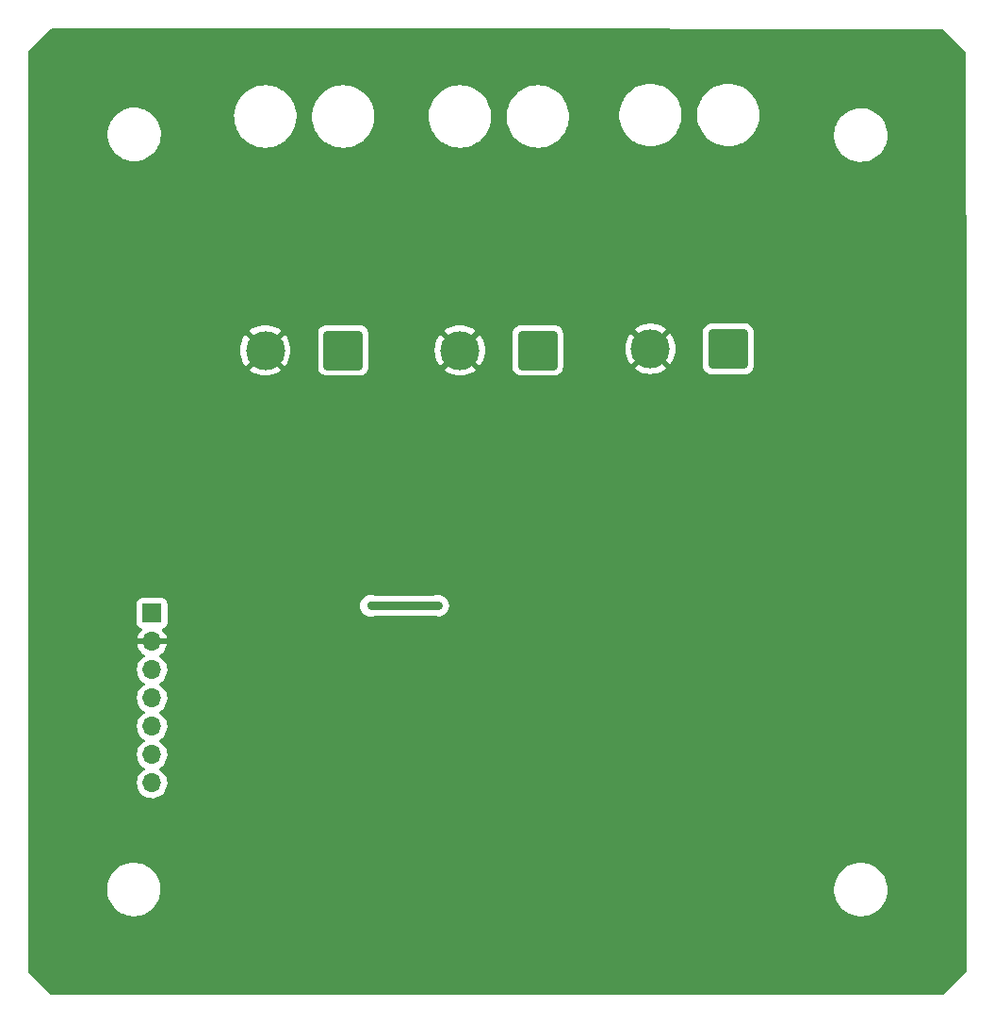
<source format=gbr>
%TF.GenerationSoftware,KiCad,Pcbnew,(6.0.7)*%
%TF.CreationDate,2023-02-21T13:12:55+03:00*%
%TF.ProjectId,Omarichet EPS Stack,4f6d6172-6963-4686-9574-204550532053,rev?*%
%TF.SameCoordinates,Original*%
%TF.FileFunction,Copper,L2,Bot*%
%TF.FilePolarity,Positive*%
%FSLAX46Y46*%
G04 Gerber Fmt 4.6, Leading zero omitted, Abs format (unit mm)*
G04 Created by KiCad (PCBNEW (6.0.7)) date 2023-02-21 13:12:55*
%MOMM*%
%LPD*%
G01*
G04 APERTURE LIST*
G04 Aperture macros list*
%AMRoundRect*
0 Rectangle with rounded corners*
0 $1 Rounding radius*
0 $2 $3 $4 $5 $6 $7 $8 $9 X,Y pos of 4 corners*
0 Add a 4 corners polygon primitive as box body*
4,1,4,$2,$3,$4,$5,$6,$7,$8,$9,$2,$3,0*
0 Add four circle primitives for the rounded corners*
1,1,$1+$1,$2,$3*
1,1,$1+$1,$4,$5*
1,1,$1+$1,$6,$7*
1,1,$1+$1,$8,$9*
0 Add four rect primitives between the rounded corners*
20,1,$1+$1,$2,$3,$4,$5,0*
20,1,$1+$1,$4,$5,$6,$7,0*
20,1,$1+$1,$6,$7,$8,$9,0*
20,1,$1+$1,$8,$9,$2,$3,0*%
G04 Aperture macros list end*
%TA.AperFunction,ComponentPad*%
%ADD10RoundRect,0.250002X1.499998X1.499998X-1.499998X1.499998X-1.499998X-1.499998X1.499998X-1.499998X0*%
%TD*%
%TA.AperFunction,ComponentPad*%
%ADD11C,3.500000*%
%TD*%
%TA.AperFunction,ComponentPad*%
%ADD12R,1.700000X1.700000*%
%TD*%
%TA.AperFunction,ComponentPad*%
%ADD13O,1.700000X1.700000*%
%TD*%
%TA.AperFunction,ViaPad*%
%ADD14C,0.700000*%
%TD*%
%TA.AperFunction,Conductor*%
%ADD15C,0.800000*%
%TD*%
G04 APERTURE END LIST*
D10*
%TO.P,J1,1,Pin_1*%
%TO.N,IP+*%
X119890000Y-70630000D03*
D11*
%TO.P,J1,2,Pin_2*%
%TO.N,GND*%
X112890000Y-70630000D03*
%TD*%
D12*
%TO.P,J2,1,Pin_1*%
%TO.N,IP-*%
X102720000Y-94245000D03*
D13*
%TO.P,J2,2,Pin_2*%
%TO.N,GND*%
X102720000Y-96785000D03*
%TO.P,J2,3,Pin_3*%
%TO.N,unconnected-(J2-Pad3)*%
X102720000Y-99325000D03*
%TO.P,J2,4,Pin_4*%
%TO.N,unconnected-(J2-Pad4)*%
X102720000Y-101865000D03*
%TO.P,J2,5,Pin_5*%
%TO.N,unconnected-(J2-Pad5)*%
X102720000Y-104405000D03*
%TO.P,J2,6,Pin_6*%
%TO.N,CH5*%
X102720000Y-106945000D03*
%TO.P,J2,7,Pin_7*%
%TO.N,CH4*%
X102720000Y-109485000D03*
%TD*%
D10*
%TO.P,J4,1,Pin_1*%
%TO.N,SOL_out*%
X154500000Y-70500000D03*
D11*
%TO.P,J4,2,Pin_2*%
%TO.N,GND*%
X147500000Y-70500000D03*
%TD*%
D10*
%TO.P,J3,1,Pin_1*%
%TO.N,SOL_in*%
X137380000Y-70630000D03*
D11*
%TO.P,J3,2,Pin_2*%
%TO.N,GND*%
X130380000Y-70630000D03*
%TD*%
D14*
%TO.N,GND*%
X159180000Y-103540000D03*
X144370000Y-91780000D03*
X140100000Y-102670000D03*
X145920000Y-84260000D03*
X140200000Y-96350000D03*
X132960000Y-103610000D03*
X159130000Y-98550000D03*
X119770000Y-86980000D03*
X145930000Y-83060000D03*
X108750000Y-92410000D03*
%TO.N,IP-*%
X122380000Y-93570000D03*
X128420000Y-93550000D03*
%TD*%
D15*
%TO.N,IP-*%
X128420000Y-93550000D02*
X122400000Y-93550000D01*
X122400000Y-93550000D02*
X122380000Y-93570000D01*
%TD*%
%TA.AperFunction,Conductor*%
%TO.N,GND*%
G36*
X125215382Y-41748216D02*
G01*
X173717099Y-41778338D01*
X173785208Y-41798382D01*
X173806116Y-41815243D01*
X175834658Y-43843786D01*
X175868684Y-43906098D01*
X175871563Y-43932847D01*
X175878541Y-72873756D01*
X175891436Y-126357217D01*
X175871450Y-126425342D01*
X175854531Y-126446342D01*
X173826213Y-128474660D01*
X173763901Y-128508686D01*
X173737149Y-128511565D01*
X93725116Y-128531434D01*
X93656991Y-128511449D01*
X93635436Y-128493972D01*
X91624817Y-126458010D01*
X91591183Y-126395486D01*
X91588469Y-126369489D01*
X91587574Y-118939271D01*
X98676668Y-118939271D01*
X98676755Y-118943273D01*
X98676755Y-118943280D01*
X98683261Y-119241448D01*
X98683349Y-119245465D01*
X98728883Y-119548330D01*
X98812531Y-119842953D01*
X98932937Y-120124560D01*
X99088149Y-120388585D01*
X99275651Y-120630747D01*
X99492404Y-120847122D01*
X99495585Y-120849576D01*
X99495586Y-120849577D01*
X99731701Y-121031739D01*
X99731705Y-121031742D01*
X99734894Y-121034202D01*
X99738373Y-121036239D01*
X99915179Y-121139763D01*
X99999189Y-121188953D01*
X100002874Y-121190521D01*
X100002878Y-121190523D01*
X100140098Y-121248910D01*
X100281006Y-121308867D01*
X100575775Y-121392001D01*
X100796337Y-121424768D01*
X100875419Y-121436516D01*
X100875421Y-121436516D01*
X100878718Y-121437006D01*
X100882049Y-121437146D01*
X100882053Y-121437146D01*
X100918737Y-121438683D01*
X100962084Y-121440500D01*
X101157474Y-121440500D01*
X101280915Y-121432626D01*
X101381639Y-121426201D01*
X101381644Y-121426200D01*
X101385647Y-121425945D01*
X101389584Y-121425183D01*
X101389586Y-121425183D01*
X101682401Y-121368530D01*
X101682405Y-121368529D01*
X101686338Y-121367768D01*
X101977200Y-121271856D01*
X102253518Y-121139763D01*
X102510812Y-120973631D01*
X102744910Y-120776152D01*
X102952019Y-120550529D01*
X103128780Y-120300418D01*
X103272328Y-120029874D01*
X103341380Y-119846651D01*
X103378919Y-119747044D01*
X103378921Y-119747038D01*
X103380336Y-119743283D01*
X103394649Y-119682969D01*
X103450124Y-119449207D01*
X103450125Y-119449202D01*
X103451053Y-119445291D01*
X103483332Y-119140729D01*
X103478937Y-118939271D01*
X164006668Y-118939271D01*
X164006755Y-118943273D01*
X164006755Y-118943280D01*
X164013261Y-119241448D01*
X164013349Y-119245465D01*
X164058883Y-119548330D01*
X164142531Y-119842953D01*
X164262937Y-120124560D01*
X164418149Y-120388585D01*
X164605651Y-120630747D01*
X164822404Y-120847122D01*
X164825585Y-120849576D01*
X164825586Y-120849577D01*
X165061701Y-121031739D01*
X165061705Y-121031742D01*
X165064894Y-121034202D01*
X165068373Y-121036239D01*
X165245179Y-121139763D01*
X165329189Y-121188953D01*
X165332874Y-121190521D01*
X165332878Y-121190523D01*
X165470098Y-121248910D01*
X165611006Y-121308867D01*
X165905775Y-121392001D01*
X166126337Y-121424768D01*
X166205419Y-121436516D01*
X166205421Y-121436516D01*
X166208718Y-121437006D01*
X166212049Y-121437146D01*
X166212053Y-121437146D01*
X166248737Y-121438683D01*
X166292084Y-121440500D01*
X166487474Y-121440500D01*
X166610915Y-121432626D01*
X166711639Y-121426201D01*
X166711644Y-121426200D01*
X166715647Y-121425945D01*
X166719584Y-121425183D01*
X166719586Y-121425183D01*
X167012401Y-121368530D01*
X167012405Y-121368529D01*
X167016338Y-121367768D01*
X167307200Y-121271856D01*
X167583518Y-121139763D01*
X167840812Y-120973631D01*
X168074910Y-120776152D01*
X168282019Y-120550529D01*
X168458780Y-120300418D01*
X168602328Y-120029874D01*
X168671380Y-119846651D01*
X168708919Y-119747044D01*
X168708921Y-119747038D01*
X168710336Y-119743283D01*
X168724649Y-119682969D01*
X168780124Y-119449207D01*
X168780125Y-119449202D01*
X168781053Y-119445291D01*
X168813332Y-119140729D01*
X168808937Y-118939271D01*
X168806739Y-118838552D01*
X168806739Y-118838547D01*
X168806651Y-118834535D01*
X168761117Y-118531670D01*
X168677469Y-118237047D01*
X168557063Y-117955440D01*
X168401851Y-117691415D01*
X168214349Y-117449253D01*
X167997596Y-117232878D01*
X167994414Y-117230423D01*
X167758299Y-117048261D01*
X167758295Y-117048258D01*
X167755106Y-117045798D01*
X167578538Y-116942413D01*
X167494275Y-116893075D01*
X167494272Y-116893073D01*
X167490811Y-116891047D01*
X167487126Y-116889479D01*
X167487122Y-116889477D01*
X167300051Y-116809878D01*
X167208994Y-116771133D01*
X166914225Y-116687999D01*
X166684014Y-116653799D01*
X166614581Y-116643484D01*
X166614579Y-116643484D01*
X166611282Y-116642994D01*
X166607951Y-116642854D01*
X166607947Y-116642854D01*
X166571263Y-116641317D01*
X166527916Y-116639500D01*
X166332526Y-116639500D01*
X166209085Y-116647374D01*
X166108361Y-116653799D01*
X166108356Y-116653800D01*
X166104353Y-116654055D01*
X166100416Y-116654817D01*
X166100414Y-116654817D01*
X165807599Y-116711470D01*
X165807595Y-116711471D01*
X165803662Y-116712232D01*
X165512800Y-116808144D01*
X165236482Y-116940237D01*
X164979188Y-117106369D01*
X164745090Y-117303848D01*
X164537981Y-117529471D01*
X164361220Y-117779582D01*
X164217672Y-118050126D01*
X164216257Y-118053882D01*
X164216256Y-118053883D01*
X164145768Y-118240919D01*
X164109664Y-118336717D01*
X164108735Y-118340632D01*
X164064317Y-118527805D01*
X164038947Y-118634709D01*
X164006668Y-118939271D01*
X103478937Y-118939271D01*
X103476739Y-118838552D01*
X103476739Y-118838547D01*
X103476651Y-118834535D01*
X103431117Y-118531670D01*
X103347469Y-118237047D01*
X103227063Y-117955440D01*
X103071851Y-117691415D01*
X102884349Y-117449253D01*
X102667596Y-117232878D01*
X102664414Y-117230423D01*
X102428299Y-117048261D01*
X102428295Y-117048258D01*
X102425106Y-117045798D01*
X102248538Y-116942413D01*
X102164275Y-116893075D01*
X102164272Y-116893073D01*
X102160811Y-116891047D01*
X102157126Y-116889479D01*
X102157122Y-116889477D01*
X101970051Y-116809878D01*
X101878994Y-116771133D01*
X101584225Y-116687999D01*
X101354014Y-116653799D01*
X101284581Y-116643484D01*
X101284579Y-116643484D01*
X101281282Y-116642994D01*
X101277951Y-116642854D01*
X101277947Y-116642854D01*
X101241263Y-116641317D01*
X101197916Y-116639500D01*
X101002526Y-116639500D01*
X100879085Y-116647374D01*
X100778361Y-116653799D01*
X100778356Y-116653800D01*
X100774353Y-116654055D01*
X100770416Y-116654817D01*
X100770414Y-116654817D01*
X100477599Y-116711470D01*
X100477595Y-116711471D01*
X100473662Y-116712232D01*
X100182800Y-116808144D01*
X99906482Y-116940237D01*
X99649188Y-117106369D01*
X99415090Y-117303848D01*
X99207981Y-117529471D01*
X99031220Y-117779582D01*
X98887672Y-118050126D01*
X98886257Y-118053882D01*
X98886256Y-118053883D01*
X98815768Y-118240919D01*
X98779664Y-118336717D01*
X98778735Y-118340632D01*
X98734317Y-118527805D01*
X98708947Y-118634709D01*
X98676668Y-118939271D01*
X91587574Y-118939271D01*
X91586431Y-109451695D01*
X101357251Y-109451695D01*
X101357548Y-109456848D01*
X101357548Y-109456851D01*
X101363011Y-109551590D01*
X101370110Y-109674715D01*
X101371247Y-109679761D01*
X101371248Y-109679767D01*
X101391119Y-109767939D01*
X101419222Y-109892639D01*
X101503266Y-110099616D01*
X101619987Y-110290088D01*
X101766250Y-110458938D01*
X101938126Y-110601632D01*
X102131000Y-110714338D01*
X102339692Y-110794030D01*
X102344760Y-110795061D01*
X102344763Y-110795062D01*
X102452017Y-110816883D01*
X102558597Y-110838567D01*
X102563772Y-110838757D01*
X102563774Y-110838757D01*
X102776673Y-110846564D01*
X102776677Y-110846564D01*
X102781837Y-110846753D01*
X102786957Y-110846097D01*
X102786959Y-110846097D01*
X102998288Y-110819025D01*
X102998289Y-110819025D01*
X103003416Y-110818368D01*
X103008366Y-110816883D01*
X103212429Y-110755661D01*
X103212434Y-110755659D01*
X103217384Y-110754174D01*
X103417994Y-110655896D01*
X103599860Y-110526173D01*
X103758096Y-110368489D01*
X103817594Y-110285689D01*
X103885435Y-110191277D01*
X103888453Y-110187077D01*
X103987430Y-109986811D01*
X104052370Y-109773069D01*
X104081529Y-109551590D01*
X104083156Y-109485000D01*
X104064852Y-109262361D01*
X104010431Y-109045702D01*
X103921354Y-108840840D01*
X103800014Y-108653277D01*
X103649670Y-108488051D01*
X103645619Y-108484852D01*
X103645615Y-108484848D01*
X103478414Y-108352800D01*
X103478410Y-108352798D01*
X103474359Y-108349598D01*
X103433053Y-108326796D01*
X103383084Y-108276364D01*
X103368312Y-108206921D01*
X103393428Y-108140516D01*
X103420780Y-108113909D01*
X103464603Y-108082650D01*
X103599860Y-107986173D01*
X103758096Y-107828489D01*
X103817594Y-107745689D01*
X103885435Y-107651277D01*
X103888453Y-107647077D01*
X103987430Y-107446811D01*
X104052370Y-107233069D01*
X104081529Y-107011590D01*
X104083156Y-106945000D01*
X104064852Y-106722361D01*
X104010431Y-106505702D01*
X103921354Y-106300840D01*
X103800014Y-106113277D01*
X103649670Y-105948051D01*
X103645619Y-105944852D01*
X103645615Y-105944848D01*
X103478414Y-105812800D01*
X103478410Y-105812798D01*
X103474359Y-105809598D01*
X103433053Y-105786796D01*
X103383084Y-105736364D01*
X103368312Y-105666921D01*
X103393428Y-105600516D01*
X103420780Y-105573909D01*
X103464603Y-105542650D01*
X103599860Y-105446173D01*
X103758096Y-105288489D01*
X103817594Y-105205689D01*
X103885435Y-105111277D01*
X103888453Y-105107077D01*
X103987430Y-104906811D01*
X104052370Y-104693069D01*
X104081529Y-104471590D01*
X104083156Y-104405000D01*
X104064852Y-104182361D01*
X104010431Y-103965702D01*
X103921354Y-103760840D01*
X103800014Y-103573277D01*
X103649670Y-103408051D01*
X103645619Y-103404852D01*
X103645615Y-103404848D01*
X103478414Y-103272800D01*
X103478410Y-103272798D01*
X103474359Y-103269598D01*
X103433053Y-103246796D01*
X103383084Y-103196364D01*
X103368312Y-103126921D01*
X103393428Y-103060516D01*
X103420780Y-103033909D01*
X103464603Y-103002650D01*
X103599860Y-102906173D01*
X103758096Y-102748489D01*
X103817594Y-102665689D01*
X103885435Y-102571277D01*
X103888453Y-102567077D01*
X103987430Y-102366811D01*
X104052370Y-102153069D01*
X104081529Y-101931590D01*
X104083156Y-101865000D01*
X104064852Y-101642361D01*
X104010431Y-101425702D01*
X103921354Y-101220840D01*
X103800014Y-101033277D01*
X103649670Y-100868051D01*
X103645619Y-100864852D01*
X103645615Y-100864848D01*
X103478414Y-100732800D01*
X103478410Y-100732798D01*
X103474359Y-100729598D01*
X103433053Y-100706796D01*
X103383084Y-100656364D01*
X103368312Y-100586921D01*
X103393428Y-100520516D01*
X103420780Y-100493909D01*
X103464603Y-100462650D01*
X103599860Y-100366173D01*
X103758096Y-100208489D01*
X103817594Y-100125689D01*
X103885435Y-100031277D01*
X103888453Y-100027077D01*
X103987430Y-99826811D01*
X104052370Y-99613069D01*
X104081529Y-99391590D01*
X104083156Y-99325000D01*
X104064852Y-99102361D01*
X104010431Y-98885702D01*
X103921354Y-98680840D01*
X103800014Y-98493277D01*
X103649670Y-98328051D01*
X103645619Y-98324852D01*
X103645615Y-98324848D01*
X103478414Y-98192800D01*
X103478410Y-98192798D01*
X103474359Y-98189598D01*
X103432569Y-98166529D01*
X103382598Y-98116097D01*
X103367826Y-98046654D01*
X103392942Y-97980248D01*
X103420294Y-97953641D01*
X103595328Y-97828792D01*
X103603200Y-97822139D01*
X103754052Y-97671812D01*
X103760730Y-97663965D01*
X103885003Y-97491020D01*
X103890313Y-97482183D01*
X103984670Y-97291267D01*
X103988469Y-97281672D01*
X104050377Y-97077910D01*
X104052555Y-97067837D01*
X104053986Y-97056962D01*
X104051775Y-97042778D01*
X104038617Y-97039000D01*
X101403225Y-97039000D01*
X101389694Y-97042973D01*
X101388257Y-97052966D01*
X101418565Y-97187446D01*
X101421645Y-97197275D01*
X101501770Y-97394603D01*
X101506413Y-97403794D01*
X101617694Y-97585388D01*
X101623777Y-97593699D01*
X101763213Y-97754667D01*
X101770580Y-97761883D01*
X101934434Y-97897916D01*
X101942881Y-97903831D01*
X102011969Y-97944203D01*
X102060693Y-97995842D01*
X102073764Y-98065625D01*
X102047033Y-98131396D01*
X102006584Y-98164752D01*
X101993607Y-98171507D01*
X101989474Y-98174610D01*
X101989471Y-98174612D01*
X101965247Y-98192800D01*
X101814965Y-98305635D01*
X101660629Y-98467138D01*
X101534743Y-98651680D01*
X101440688Y-98854305D01*
X101380989Y-99069570D01*
X101357251Y-99291695D01*
X101357548Y-99296848D01*
X101357548Y-99296851D01*
X101363011Y-99391590D01*
X101370110Y-99514715D01*
X101371247Y-99519761D01*
X101371248Y-99519767D01*
X101391119Y-99607939D01*
X101419222Y-99732639D01*
X101503266Y-99939616D01*
X101619987Y-100130088D01*
X101766250Y-100298938D01*
X101938126Y-100441632D01*
X102008595Y-100482811D01*
X102011445Y-100484476D01*
X102060169Y-100536114D01*
X102073240Y-100605897D01*
X102046509Y-100671669D01*
X102006055Y-100705027D01*
X101993607Y-100711507D01*
X101989474Y-100714610D01*
X101989471Y-100714612D01*
X101965247Y-100732800D01*
X101814965Y-100845635D01*
X101660629Y-101007138D01*
X101534743Y-101191680D01*
X101440688Y-101394305D01*
X101380989Y-101609570D01*
X101357251Y-101831695D01*
X101357548Y-101836848D01*
X101357548Y-101836851D01*
X101363011Y-101931590D01*
X101370110Y-102054715D01*
X101371247Y-102059761D01*
X101371248Y-102059767D01*
X101391119Y-102147939D01*
X101419222Y-102272639D01*
X101503266Y-102479616D01*
X101619987Y-102670088D01*
X101766250Y-102838938D01*
X101938126Y-102981632D01*
X102008595Y-103022811D01*
X102011445Y-103024476D01*
X102060169Y-103076114D01*
X102073240Y-103145897D01*
X102046509Y-103211669D01*
X102006055Y-103245027D01*
X101993607Y-103251507D01*
X101989474Y-103254610D01*
X101989471Y-103254612D01*
X101965247Y-103272800D01*
X101814965Y-103385635D01*
X101660629Y-103547138D01*
X101534743Y-103731680D01*
X101440688Y-103934305D01*
X101380989Y-104149570D01*
X101357251Y-104371695D01*
X101357548Y-104376848D01*
X101357548Y-104376851D01*
X101363011Y-104471590D01*
X101370110Y-104594715D01*
X101371247Y-104599761D01*
X101371248Y-104599767D01*
X101391119Y-104687939D01*
X101419222Y-104812639D01*
X101503266Y-105019616D01*
X101619987Y-105210088D01*
X101766250Y-105378938D01*
X101938126Y-105521632D01*
X102008595Y-105562811D01*
X102011445Y-105564476D01*
X102060169Y-105616114D01*
X102073240Y-105685897D01*
X102046509Y-105751669D01*
X102006055Y-105785027D01*
X101993607Y-105791507D01*
X101989474Y-105794610D01*
X101989471Y-105794612D01*
X101965247Y-105812800D01*
X101814965Y-105925635D01*
X101660629Y-106087138D01*
X101534743Y-106271680D01*
X101440688Y-106474305D01*
X101380989Y-106689570D01*
X101357251Y-106911695D01*
X101357548Y-106916848D01*
X101357548Y-106916851D01*
X101363011Y-107011590D01*
X101370110Y-107134715D01*
X101371247Y-107139761D01*
X101371248Y-107139767D01*
X101391119Y-107227939D01*
X101419222Y-107352639D01*
X101503266Y-107559616D01*
X101619987Y-107750088D01*
X101766250Y-107918938D01*
X101938126Y-108061632D01*
X102008595Y-108102811D01*
X102011445Y-108104476D01*
X102060169Y-108156114D01*
X102073240Y-108225897D01*
X102046509Y-108291669D01*
X102006055Y-108325027D01*
X101993607Y-108331507D01*
X101989474Y-108334610D01*
X101989471Y-108334612D01*
X101965247Y-108352800D01*
X101814965Y-108465635D01*
X101660629Y-108627138D01*
X101534743Y-108811680D01*
X101440688Y-109014305D01*
X101380989Y-109229570D01*
X101357251Y-109451695D01*
X91586431Y-109451695D01*
X91584708Y-95143134D01*
X101361500Y-95143134D01*
X101368255Y-95205316D01*
X101419385Y-95341705D01*
X101506739Y-95458261D01*
X101623295Y-95545615D01*
X101631704Y-95548767D01*
X101631705Y-95548768D01*
X101740960Y-95589726D01*
X101797725Y-95632367D01*
X101822425Y-95698929D01*
X101807218Y-95768278D01*
X101787825Y-95794759D01*
X101664590Y-95923717D01*
X101658104Y-95931727D01*
X101538098Y-96107649D01*
X101533000Y-96116623D01*
X101443338Y-96309783D01*
X101439775Y-96319470D01*
X101384389Y-96519183D01*
X101385912Y-96527607D01*
X101398292Y-96531000D01*
X104038344Y-96531000D01*
X104051875Y-96527027D01*
X104053180Y-96517947D01*
X104011214Y-96350875D01*
X104007894Y-96341124D01*
X103922972Y-96145814D01*
X103918105Y-96136739D01*
X103802426Y-95957926D01*
X103796136Y-95949757D01*
X103652293Y-95791677D01*
X103621241Y-95727831D01*
X103629635Y-95657333D01*
X103674812Y-95602564D01*
X103701256Y-95588895D01*
X103808297Y-95548767D01*
X103816705Y-95545615D01*
X103933261Y-95458261D01*
X104020615Y-95341705D01*
X104071745Y-95205316D01*
X104078500Y-95143134D01*
X104078500Y-93556384D01*
X121404899Y-93556384D01*
X121420825Y-93746042D01*
X121473286Y-93928994D01*
X121476104Y-93934477D01*
X121557463Y-94092786D01*
X121557466Y-94092790D01*
X121560283Y-94098272D01*
X121678503Y-94247428D01*
X121823442Y-94370781D01*
X121828820Y-94373787D01*
X121828822Y-94373788D01*
X121906512Y-94417207D01*
X121989581Y-94463633D01*
X122170591Y-94522447D01*
X122359577Y-94544982D01*
X122365712Y-94544510D01*
X122365714Y-94544510D01*
X122543200Y-94530854D01*
X122543205Y-94530853D01*
X122549341Y-94530381D01*
X122555273Y-94528725D01*
X122555277Y-94528724D01*
X122656207Y-94500543D01*
X122732655Y-94479198D01*
X122738150Y-94476423D01*
X122738156Y-94476420D01*
X122746836Y-94472035D01*
X122803648Y-94458500D01*
X128055381Y-94458500D01*
X128094317Y-94464667D01*
X128210591Y-94502447D01*
X128399577Y-94524982D01*
X128405712Y-94524510D01*
X128405714Y-94524510D01*
X128583200Y-94510854D01*
X128583205Y-94510853D01*
X128589341Y-94510381D01*
X128595273Y-94508725D01*
X128595277Y-94508724D01*
X128680998Y-94484790D01*
X128772655Y-94459198D01*
X128942536Y-94373385D01*
X129092514Y-94256210D01*
X129100095Y-94247428D01*
X129212852Y-94116796D01*
X129212852Y-94116795D01*
X129216876Y-94112134D01*
X129224751Y-94098272D01*
X129307840Y-93952011D01*
X129307842Y-93952006D01*
X129310886Y-93946648D01*
X129370962Y-93766053D01*
X129376326Y-93723592D01*
X129394374Y-93580732D01*
X129394375Y-93580723D01*
X129394816Y-93577229D01*
X129395196Y-93550000D01*
X129376624Y-93360583D01*
X129321614Y-93178382D01*
X129305616Y-93148295D01*
X129235155Y-93015777D01*
X129235153Y-93015774D01*
X129232261Y-93010335D01*
X129139036Y-92896029D01*
X129115868Y-92867622D01*
X129115867Y-92867621D01*
X129111971Y-92862844D01*
X128965323Y-92741526D01*
X128797904Y-92651003D01*
X128616090Y-92594722D01*
X128609965Y-92594078D01*
X128609964Y-92594078D01*
X128432937Y-92575472D01*
X128432935Y-92575472D01*
X128426808Y-92574828D01*
X128311091Y-92585359D01*
X128243407Y-92591518D01*
X128243406Y-92591518D01*
X128237266Y-92592077D01*
X128162514Y-92614078D01*
X128086763Y-92636373D01*
X128051188Y-92641500D01*
X122681651Y-92641500D01*
X122644391Y-92635865D01*
X122576090Y-92614722D01*
X122569972Y-92614079D01*
X122569967Y-92614078D01*
X122392937Y-92595472D01*
X122392935Y-92595472D01*
X122386808Y-92594828D01*
X122271091Y-92605359D01*
X122203407Y-92611518D01*
X122203406Y-92611518D01*
X122197266Y-92612077D01*
X122188279Y-92614722D01*
X122020596Y-92664074D01*
X122020593Y-92664075D01*
X122014685Y-92665814D01*
X121846019Y-92753991D01*
X121697691Y-92873249D01*
X121575353Y-93019046D01*
X121572389Y-93024438D01*
X121572386Y-93024442D01*
X121499675Y-93156703D01*
X121483663Y-93185829D01*
X121426114Y-93367245D01*
X121404899Y-93556384D01*
X104078500Y-93556384D01*
X104078500Y-93346866D01*
X104071745Y-93284684D01*
X104020615Y-93148295D01*
X103933261Y-93031739D01*
X103816705Y-92944385D01*
X103680316Y-92893255D01*
X103618134Y-92886500D01*
X101821866Y-92886500D01*
X101759684Y-92893255D01*
X101623295Y-92944385D01*
X101506739Y-93031739D01*
X101419385Y-93148295D01*
X101368255Y-93284684D01*
X101361500Y-93346866D01*
X101361500Y-95143134D01*
X91584708Y-95143134D01*
X91582028Y-72888161D01*
X91581969Y-72398856D01*
X111486601Y-72398856D01*
X111493059Y-72408216D01*
X111509361Y-72422512D01*
X111515901Y-72427530D01*
X111755144Y-72587387D01*
X111762281Y-72591508D01*
X112020349Y-72718772D01*
X112027953Y-72721922D01*
X112300420Y-72814412D01*
X112308383Y-72816546D01*
X112590600Y-72872683D01*
X112598751Y-72873756D01*
X112885881Y-72892575D01*
X112894119Y-72892575D01*
X113181249Y-72873756D01*
X113189400Y-72872683D01*
X113471617Y-72816546D01*
X113479580Y-72814412D01*
X113752047Y-72721922D01*
X113759651Y-72718772D01*
X114017719Y-72591508D01*
X114024856Y-72587387D01*
X114264099Y-72427530D01*
X114270639Y-72422512D01*
X114285074Y-72409853D01*
X114293472Y-72396614D01*
X114287638Y-72386849D01*
X112902810Y-71002020D01*
X112888869Y-70994408D01*
X112887034Y-70994539D01*
X112880420Y-70998790D01*
X111494116Y-72385095D01*
X111486601Y-72398856D01*
X91581969Y-72398856D01*
X91581756Y-70634119D01*
X110627425Y-70634119D01*
X110646244Y-70921249D01*
X110647317Y-70929400D01*
X110703454Y-71211617D01*
X110705588Y-71219580D01*
X110798078Y-71492047D01*
X110801228Y-71499651D01*
X110928492Y-71757718D01*
X110932613Y-71764855D01*
X111092470Y-72004099D01*
X111097488Y-72010639D01*
X111110147Y-72025074D01*
X111123386Y-72033472D01*
X111133151Y-72027638D01*
X112517980Y-70642810D01*
X112524357Y-70631131D01*
X113254408Y-70631131D01*
X113254539Y-70632966D01*
X113258790Y-70639580D01*
X114645095Y-72025884D01*
X114658856Y-72033399D01*
X114668216Y-72026941D01*
X114682512Y-72010639D01*
X114687530Y-72004099D01*
X114847387Y-71764855D01*
X114851508Y-71757718D01*
X114978772Y-71499651D01*
X114981922Y-71492047D01*
X115074412Y-71219580D01*
X115076546Y-71211617D01*
X115132683Y-70929400D01*
X115133756Y-70921249D01*
X115152575Y-70634119D01*
X115152575Y-70625881D01*
X115133756Y-70338751D01*
X115132683Y-70330600D01*
X115076546Y-70048383D01*
X115074412Y-70040420D01*
X114981922Y-69767953D01*
X114978772Y-69760349D01*
X114851508Y-69502282D01*
X114847387Y-69495145D01*
X114687530Y-69255901D01*
X114682512Y-69249361D01*
X114669853Y-69234926D01*
X114656614Y-69226528D01*
X114646849Y-69232362D01*
X113262020Y-70617190D01*
X113254408Y-70631131D01*
X112524357Y-70631131D01*
X112525592Y-70628869D01*
X112525461Y-70627034D01*
X112521210Y-70620420D01*
X111134905Y-69234116D01*
X111121144Y-69226601D01*
X111111784Y-69233059D01*
X111097488Y-69249361D01*
X111092470Y-69255901D01*
X110932613Y-69495145D01*
X110928492Y-69502282D01*
X110801228Y-69760349D01*
X110798078Y-69767953D01*
X110705588Y-70040420D01*
X110703454Y-70048383D01*
X110647317Y-70330600D01*
X110646244Y-70338751D01*
X110627425Y-70625881D01*
X110627425Y-70634119D01*
X91581756Y-70634119D01*
X91581543Y-68863386D01*
X111486528Y-68863386D01*
X111492362Y-68873151D01*
X112877190Y-70257980D01*
X112891131Y-70265592D01*
X112892966Y-70265461D01*
X112899580Y-70261210D01*
X114081188Y-69079601D01*
X117631500Y-69079601D01*
X117631501Y-72180398D01*
X117642474Y-72286165D01*
X117644654Y-72292698D01*
X117644654Y-72292700D01*
X117657157Y-72330175D01*
X117698450Y-72453945D01*
X117791522Y-72604347D01*
X117916698Y-72729305D01*
X117922928Y-72733145D01*
X117922929Y-72733146D01*
X117947835Y-72748498D01*
X118067263Y-72822114D01*
X118235140Y-72877797D01*
X118241973Y-72878497D01*
X118241977Y-72878498D01*
X118297853Y-72884222D01*
X118339601Y-72888500D01*
X119878044Y-72888500D01*
X121440398Y-72888499D01*
X121546165Y-72877526D01*
X121552698Y-72875346D01*
X121552700Y-72875346D01*
X121684739Y-72831294D01*
X121713945Y-72821550D01*
X121864347Y-72728478D01*
X121989305Y-72603302D01*
X122082114Y-72452737D01*
X122099986Y-72398856D01*
X128976601Y-72398856D01*
X128983059Y-72408216D01*
X128999361Y-72422512D01*
X129005901Y-72427530D01*
X129245144Y-72587387D01*
X129252281Y-72591508D01*
X129510349Y-72718772D01*
X129517953Y-72721922D01*
X129790420Y-72814412D01*
X129798383Y-72816546D01*
X130080600Y-72872683D01*
X130088751Y-72873756D01*
X130375881Y-72892575D01*
X130384119Y-72892575D01*
X130671249Y-72873756D01*
X130679400Y-72872683D01*
X130961617Y-72816546D01*
X130969580Y-72814412D01*
X131242047Y-72721922D01*
X131249651Y-72718772D01*
X131507719Y-72591508D01*
X131514856Y-72587387D01*
X131754099Y-72427530D01*
X131760639Y-72422512D01*
X131775074Y-72409853D01*
X131783472Y-72396614D01*
X131777638Y-72386849D01*
X130392810Y-71002020D01*
X130378869Y-70994408D01*
X130377034Y-70994539D01*
X130370420Y-70998790D01*
X128984116Y-72385095D01*
X128976601Y-72398856D01*
X122099986Y-72398856D01*
X122137797Y-72284860D01*
X122139667Y-72266614D01*
X122144222Y-72222147D01*
X122148500Y-72180399D01*
X122148500Y-70634119D01*
X128117425Y-70634119D01*
X128136244Y-70921249D01*
X128137317Y-70929400D01*
X128193454Y-71211617D01*
X128195588Y-71219580D01*
X128288078Y-71492047D01*
X128291228Y-71499651D01*
X128418492Y-71757718D01*
X128422613Y-71764855D01*
X128582470Y-72004099D01*
X128587488Y-72010639D01*
X128600147Y-72025074D01*
X128613386Y-72033472D01*
X128623151Y-72027638D01*
X130007980Y-70642810D01*
X130014357Y-70631131D01*
X130744408Y-70631131D01*
X130744539Y-70632966D01*
X130748790Y-70639580D01*
X132135095Y-72025884D01*
X132148856Y-72033399D01*
X132158216Y-72026941D01*
X132172512Y-72010639D01*
X132177530Y-72004099D01*
X132337387Y-71764855D01*
X132341508Y-71757718D01*
X132468772Y-71499651D01*
X132471922Y-71492047D01*
X132564412Y-71219580D01*
X132566546Y-71211617D01*
X132622683Y-70929400D01*
X132623756Y-70921249D01*
X132642575Y-70634119D01*
X132642575Y-70625881D01*
X132623756Y-70338751D01*
X132622683Y-70330600D01*
X132566546Y-70048383D01*
X132564412Y-70040420D01*
X132471922Y-69767953D01*
X132468772Y-69760349D01*
X132341508Y-69502282D01*
X132337387Y-69495145D01*
X132177530Y-69255901D01*
X132172512Y-69249361D01*
X132159853Y-69234926D01*
X132146614Y-69226528D01*
X132136849Y-69232362D01*
X130752020Y-70617190D01*
X130744408Y-70631131D01*
X130014357Y-70631131D01*
X130015592Y-70628869D01*
X130015461Y-70627034D01*
X130011210Y-70620420D01*
X128624905Y-69234116D01*
X128611144Y-69226601D01*
X128601784Y-69233059D01*
X128587488Y-69249361D01*
X128582470Y-69255901D01*
X128422613Y-69495145D01*
X128418492Y-69502282D01*
X128291228Y-69760349D01*
X128288078Y-69767953D01*
X128195588Y-70040420D01*
X128193454Y-70048383D01*
X128137317Y-70330600D01*
X128136244Y-70338751D01*
X128117425Y-70625881D01*
X128117425Y-70634119D01*
X122148500Y-70634119D01*
X122148499Y-69079602D01*
X122137526Y-68973835D01*
X122100677Y-68863386D01*
X128976528Y-68863386D01*
X128982362Y-68873151D01*
X130367190Y-70257980D01*
X130381131Y-70265592D01*
X130382966Y-70265461D01*
X130389580Y-70261210D01*
X131571188Y-69079601D01*
X135121500Y-69079601D01*
X135121501Y-72180398D01*
X135132474Y-72286165D01*
X135134654Y-72292698D01*
X135134654Y-72292700D01*
X135147157Y-72330175D01*
X135188450Y-72453945D01*
X135281522Y-72604347D01*
X135406698Y-72729305D01*
X135412928Y-72733145D01*
X135412929Y-72733146D01*
X135437835Y-72748498D01*
X135557263Y-72822114D01*
X135725140Y-72877797D01*
X135731973Y-72878497D01*
X135731977Y-72878498D01*
X135787853Y-72884222D01*
X135829601Y-72888500D01*
X137368044Y-72888500D01*
X138930398Y-72888499D01*
X139036165Y-72877526D01*
X139042698Y-72875346D01*
X139042700Y-72875346D01*
X139174739Y-72831294D01*
X139203945Y-72821550D01*
X139354347Y-72728478D01*
X139479305Y-72603302D01*
X139572114Y-72452737D01*
X139627797Y-72284860D01*
X139629437Y-72268856D01*
X146096601Y-72268856D01*
X146103059Y-72278216D01*
X146119361Y-72292512D01*
X146125901Y-72297530D01*
X146365144Y-72457387D01*
X146372281Y-72461508D01*
X146630349Y-72588772D01*
X146637953Y-72591922D01*
X146910420Y-72684412D01*
X146918383Y-72686546D01*
X147200600Y-72742683D01*
X147208751Y-72743756D01*
X147495881Y-72762575D01*
X147504119Y-72762575D01*
X147791249Y-72743756D01*
X147799400Y-72742683D01*
X148081617Y-72686546D01*
X148089580Y-72684412D01*
X148362047Y-72591922D01*
X148369651Y-72588772D01*
X148627719Y-72461508D01*
X148634856Y-72457387D01*
X148874099Y-72297530D01*
X148880639Y-72292512D01*
X148895074Y-72279853D01*
X148903472Y-72266614D01*
X148897638Y-72256849D01*
X147512810Y-70872020D01*
X147498869Y-70864408D01*
X147497034Y-70864539D01*
X147490420Y-70868790D01*
X146104116Y-72255095D01*
X146096601Y-72268856D01*
X139629437Y-72268856D01*
X139629667Y-72266614D01*
X139634222Y-72222147D01*
X139638500Y-72180399D01*
X139638499Y-70504119D01*
X145237425Y-70504119D01*
X145256244Y-70791249D01*
X145257317Y-70799400D01*
X145313454Y-71081617D01*
X145315588Y-71089580D01*
X145408078Y-71362047D01*
X145411228Y-71369651D01*
X145538492Y-71627718D01*
X145542613Y-71634855D01*
X145702470Y-71874099D01*
X145707488Y-71880639D01*
X145720147Y-71895074D01*
X145733386Y-71903472D01*
X145743151Y-71897638D01*
X147127980Y-70512810D01*
X147134357Y-70501131D01*
X147864408Y-70501131D01*
X147864539Y-70502966D01*
X147868790Y-70509580D01*
X149255095Y-71895884D01*
X149268856Y-71903399D01*
X149278216Y-71896941D01*
X149292512Y-71880639D01*
X149297530Y-71874099D01*
X149457387Y-71634855D01*
X149461508Y-71627718D01*
X149588772Y-71369651D01*
X149591922Y-71362047D01*
X149684412Y-71089580D01*
X149686546Y-71081617D01*
X149742683Y-70799400D01*
X149743756Y-70791249D01*
X149762575Y-70504119D01*
X149762575Y-70495881D01*
X149743756Y-70208751D01*
X149742683Y-70200600D01*
X149686546Y-69918383D01*
X149684412Y-69910420D01*
X149591922Y-69637953D01*
X149588772Y-69630349D01*
X149461508Y-69372282D01*
X149457387Y-69365145D01*
X149297530Y-69125901D01*
X149292512Y-69119361D01*
X149279853Y-69104926D01*
X149266614Y-69096528D01*
X149256849Y-69102362D01*
X147872020Y-70487190D01*
X147864408Y-70501131D01*
X147134357Y-70501131D01*
X147135592Y-70498869D01*
X147135461Y-70497034D01*
X147131210Y-70490420D01*
X145744905Y-69104116D01*
X145731144Y-69096601D01*
X145721784Y-69103059D01*
X145707488Y-69119361D01*
X145702470Y-69125901D01*
X145542613Y-69365145D01*
X145538492Y-69372282D01*
X145411228Y-69630349D01*
X145408078Y-69637953D01*
X145315588Y-69910420D01*
X145313454Y-69918383D01*
X145257317Y-70200600D01*
X145256244Y-70208751D01*
X145237425Y-70495881D01*
X145237425Y-70504119D01*
X139638499Y-70504119D01*
X139638499Y-69079602D01*
X139627526Y-68973835D01*
X139571550Y-68806055D01*
X139526581Y-68733386D01*
X146096528Y-68733386D01*
X146102362Y-68743151D01*
X147487190Y-70127980D01*
X147501131Y-70135592D01*
X147502966Y-70135461D01*
X147509580Y-70131210D01*
X148691188Y-68949601D01*
X152241500Y-68949601D01*
X152241501Y-72050398D01*
X152252474Y-72156165D01*
X152308450Y-72323945D01*
X152401522Y-72474347D01*
X152526698Y-72599305D01*
X152532928Y-72603145D01*
X152532929Y-72603146D01*
X152541586Y-72608482D01*
X152677263Y-72692114D01*
X152845140Y-72747797D01*
X152851973Y-72748497D01*
X152851977Y-72748498D01*
X152907853Y-72754222D01*
X152949601Y-72758500D01*
X154488044Y-72758500D01*
X156050398Y-72758499D01*
X156156165Y-72747526D01*
X156162698Y-72745346D01*
X156162700Y-72745346D01*
X156294739Y-72701294D01*
X156323945Y-72691550D01*
X156474347Y-72598478D01*
X156599305Y-72473302D01*
X156692114Y-72322737D01*
X156702514Y-72291384D01*
X156740410Y-72177131D01*
X156747797Y-72154860D01*
X156758500Y-72050399D01*
X156758499Y-68949602D01*
X156747526Y-68843835D01*
X156743735Y-68832470D01*
X156693868Y-68683003D01*
X156691550Y-68676055D01*
X156598478Y-68525653D01*
X156473302Y-68400695D01*
X156442589Y-68381763D01*
X156419328Y-68367425D01*
X156322737Y-68307886D01*
X156154860Y-68252203D01*
X156148027Y-68251503D01*
X156148023Y-68251502D01*
X156092147Y-68245778D01*
X156050399Y-68241500D01*
X154511956Y-68241500D01*
X152949602Y-68241501D01*
X152843835Y-68252474D01*
X152837302Y-68254654D01*
X152837300Y-68254654D01*
X152705261Y-68298706D01*
X152676055Y-68308450D01*
X152525653Y-68401522D01*
X152400695Y-68526698D01*
X152307886Y-68677263D01*
X152252203Y-68845140D01*
X152251503Y-68851973D01*
X152251502Y-68851977D01*
X152249333Y-68873151D01*
X152241500Y-68949601D01*
X148691188Y-68949601D01*
X148895884Y-68744905D01*
X148903399Y-68731144D01*
X148896941Y-68721784D01*
X148880639Y-68707488D01*
X148874099Y-68702470D01*
X148634856Y-68542613D01*
X148627719Y-68538492D01*
X148369651Y-68411228D01*
X148362047Y-68408078D01*
X148089580Y-68315588D01*
X148081617Y-68313454D01*
X147799400Y-68257317D01*
X147791249Y-68256244D01*
X147504119Y-68237425D01*
X147495881Y-68237425D01*
X147208751Y-68256244D01*
X147200600Y-68257317D01*
X146918383Y-68313454D01*
X146910420Y-68315588D01*
X146637953Y-68408078D01*
X146630349Y-68411228D01*
X146372282Y-68538492D01*
X146365145Y-68542613D01*
X146125901Y-68702470D01*
X146119361Y-68707488D01*
X146104926Y-68720147D01*
X146096528Y-68733386D01*
X139526581Y-68733386D01*
X139478478Y-68655653D01*
X139353302Y-68530695D01*
X139345123Y-68525653D01*
X139313524Y-68506176D01*
X139202737Y-68437886D01*
X139034860Y-68382203D01*
X139028027Y-68381503D01*
X139028023Y-68381502D01*
X138972147Y-68375778D01*
X138930399Y-68371500D01*
X137391956Y-68371500D01*
X135829602Y-68371501D01*
X135723835Y-68382474D01*
X135717302Y-68384654D01*
X135717300Y-68384654D01*
X135637649Y-68411228D01*
X135556055Y-68438450D01*
X135405653Y-68531522D01*
X135280695Y-68656698D01*
X135187886Y-68807263D01*
X135185581Y-68814211D01*
X135185581Y-68814212D01*
X135175755Y-68843835D01*
X135132203Y-68975140D01*
X135121500Y-69079601D01*
X131571188Y-69079601D01*
X131775884Y-68874905D01*
X131783399Y-68861144D01*
X131776941Y-68851784D01*
X131760639Y-68837488D01*
X131754099Y-68832470D01*
X131514856Y-68672613D01*
X131507719Y-68668492D01*
X131249651Y-68541228D01*
X131242047Y-68538078D01*
X130969580Y-68445588D01*
X130961617Y-68443454D01*
X130679400Y-68387317D01*
X130671249Y-68386244D01*
X130384119Y-68367425D01*
X130375881Y-68367425D01*
X130088751Y-68386244D01*
X130080600Y-68387317D01*
X129798383Y-68443454D01*
X129790420Y-68445588D01*
X129517953Y-68538078D01*
X129510349Y-68541228D01*
X129252282Y-68668492D01*
X129245145Y-68672613D01*
X129005901Y-68832470D01*
X128999361Y-68837488D01*
X128984926Y-68850147D01*
X128976528Y-68863386D01*
X122100677Y-68863386D01*
X122081550Y-68806055D01*
X121988478Y-68655653D01*
X121863302Y-68530695D01*
X121855123Y-68525653D01*
X121823524Y-68506176D01*
X121712737Y-68437886D01*
X121544860Y-68382203D01*
X121538027Y-68381503D01*
X121538023Y-68381502D01*
X121482147Y-68375778D01*
X121440399Y-68371500D01*
X119901956Y-68371500D01*
X118339602Y-68371501D01*
X118233835Y-68382474D01*
X118227302Y-68384654D01*
X118227300Y-68384654D01*
X118147649Y-68411228D01*
X118066055Y-68438450D01*
X117915653Y-68531522D01*
X117790695Y-68656698D01*
X117697886Y-68807263D01*
X117695581Y-68814211D01*
X117695581Y-68814212D01*
X117685755Y-68843835D01*
X117642203Y-68975140D01*
X117631500Y-69079601D01*
X114081188Y-69079601D01*
X114285884Y-68874905D01*
X114293399Y-68861144D01*
X114286941Y-68851784D01*
X114270639Y-68837488D01*
X114264099Y-68832470D01*
X114024856Y-68672613D01*
X114017719Y-68668492D01*
X113759651Y-68541228D01*
X113752047Y-68538078D01*
X113479580Y-68445588D01*
X113471617Y-68443454D01*
X113189400Y-68387317D01*
X113181249Y-68386244D01*
X112894119Y-68367425D01*
X112885881Y-68367425D01*
X112598751Y-68386244D01*
X112590600Y-68387317D01*
X112308383Y-68443454D01*
X112300420Y-68445588D01*
X112027953Y-68538078D01*
X112020349Y-68541228D01*
X111762282Y-68668492D01*
X111755145Y-68672613D01*
X111515901Y-68832470D01*
X111509361Y-68837488D01*
X111494926Y-68850147D01*
X111486528Y-68863386D01*
X91581543Y-68863386D01*
X91579408Y-51139271D01*
X98706668Y-51139271D01*
X98706755Y-51143273D01*
X98706755Y-51143280D01*
X98712285Y-51396720D01*
X98713349Y-51445465D01*
X98758883Y-51748330D01*
X98759979Y-51752190D01*
X98759980Y-51752195D01*
X98784741Y-51839406D01*
X98842531Y-52042953D01*
X98962937Y-52324560D01*
X99118149Y-52588585D01*
X99305651Y-52830747D01*
X99522404Y-53047122D01*
X99525585Y-53049576D01*
X99525586Y-53049577D01*
X99761701Y-53231739D01*
X99761705Y-53231742D01*
X99764894Y-53234202D01*
X99768373Y-53236239D01*
X99945179Y-53339763D01*
X100029189Y-53388953D01*
X100032874Y-53390521D01*
X100032878Y-53390523D01*
X100165432Y-53446925D01*
X100311006Y-53508867D01*
X100605775Y-53592001D01*
X100826338Y-53624768D01*
X100905419Y-53636516D01*
X100905421Y-53636516D01*
X100908718Y-53637006D01*
X100912049Y-53637146D01*
X100912053Y-53637146D01*
X100948737Y-53638683D01*
X100992084Y-53640500D01*
X101187474Y-53640500D01*
X101310915Y-53632626D01*
X101411639Y-53626201D01*
X101411644Y-53626200D01*
X101415647Y-53625945D01*
X101419584Y-53625183D01*
X101419586Y-53625183D01*
X101712401Y-53568530D01*
X101712405Y-53568529D01*
X101716338Y-53567768D01*
X102007200Y-53471856D01*
X102283518Y-53339763D01*
X102540812Y-53173631D01*
X102774910Y-52976152D01*
X102982019Y-52750529D01*
X103158780Y-52500418D01*
X103302328Y-52229874D01*
X103331736Y-52151843D01*
X103408919Y-51947044D01*
X103408921Y-51947038D01*
X103410336Y-51943283D01*
X103451401Y-51770241D01*
X103480124Y-51649207D01*
X103480125Y-51649202D01*
X103481053Y-51645291D01*
X103513332Y-51340729D01*
X103513161Y-51332851D01*
X103506739Y-51038552D01*
X103506739Y-51038547D01*
X103506651Y-51034535D01*
X103504926Y-51023058D01*
X103490154Y-50924808D01*
X103461117Y-50731670D01*
X103458569Y-50722693D01*
X103393454Y-50493349D01*
X103377469Y-50437047D01*
X103257063Y-50155440D01*
X103101851Y-49891415D01*
X102914349Y-49649253D01*
X102752879Y-49488065D01*
X110088166Y-49488065D01*
X110090741Y-49815927D01*
X110091200Y-49819586D01*
X110115243Y-50011248D01*
X110131550Y-50141248D01*
X110132431Y-50144819D01*
X110132431Y-50144822D01*
X110209154Y-50456012D01*
X110209157Y-50456021D01*
X110210036Y-50459587D01*
X110211330Y-50463038D01*
X110211330Y-50463039D01*
X110262478Y-50599476D01*
X110325127Y-50766595D01*
X110326814Y-50769871D01*
X110326816Y-50769875D01*
X110358191Y-50830793D01*
X110475251Y-51058079D01*
X110658357Y-51330056D01*
X110871945Y-51578813D01*
X111113096Y-51800952D01*
X111293221Y-51931581D01*
X111347926Y-51971253D01*
X111378518Y-51993439D01*
X111381737Y-51995242D01*
X111381739Y-51995243D01*
X111567155Y-52099081D01*
X111664584Y-52153644D01*
X111667981Y-52155055D01*
X111667984Y-52155056D01*
X111963983Y-52277965D01*
X111963987Y-52277966D01*
X111967389Y-52279379D01*
X112282794Y-52368927D01*
X112286424Y-52369512D01*
X112286430Y-52369513D01*
X112603103Y-52420519D01*
X112603106Y-52420519D01*
X112606494Y-52421065D01*
X112609918Y-52421238D01*
X112609923Y-52421239D01*
X112791153Y-52430420D01*
X112791170Y-52430420D01*
X112792741Y-52430500D01*
X112974173Y-52430500D01*
X113217311Y-52416268D01*
X113220937Y-52415625D01*
X113220940Y-52415625D01*
X113536531Y-52359694D01*
X113536535Y-52359693D01*
X113540152Y-52359052D01*
X113854112Y-52264560D01*
X113982640Y-52208808D01*
X114151516Y-52135554D01*
X114151521Y-52135551D01*
X114154904Y-52134084D01*
X114438419Y-51969406D01*
X114441358Y-51967203D01*
X114441363Y-51967200D01*
X114614821Y-51837200D01*
X114700784Y-51772774D01*
X114907769Y-51576010D01*
X114935754Y-51549407D01*
X114935758Y-51549403D01*
X114938417Y-51546875D01*
X115148071Y-51294793D01*
X115207893Y-51202851D01*
X115324875Y-51023058D01*
X115324877Y-51023055D01*
X115326882Y-51019973D01*
X115472409Y-50726168D01*
X115552839Y-50500919D01*
X115581423Y-50420866D01*
X115581424Y-50420863D01*
X115582664Y-50417390D01*
X115646163Y-50141248D01*
X115655315Y-50101448D01*
X115655316Y-50101440D01*
X115656140Y-50097858D01*
X115672526Y-49948242D01*
X115691432Y-49775606D01*
X115691432Y-49775605D01*
X115691834Y-49771935D01*
X115691526Y-49732749D01*
X115689605Y-49488065D01*
X117088166Y-49488065D01*
X117090741Y-49815927D01*
X117091200Y-49819586D01*
X117115243Y-50011248D01*
X117131550Y-50141248D01*
X117132431Y-50144819D01*
X117132431Y-50144822D01*
X117209154Y-50456012D01*
X117209157Y-50456021D01*
X117210036Y-50459587D01*
X117211330Y-50463038D01*
X117211330Y-50463039D01*
X117262478Y-50599476D01*
X117325127Y-50766595D01*
X117326814Y-50769871D01*
X117326816Y-50769875D01*
X117358191Y-50830793D01*
X117475251Y-51058079D01*
X117658357Y-51330056D01*
X117871945Y-51578813D01*
X118113096Y-51800952D01*
X118293221Y-51931581D01*
X118347926Y-51971253D01*
X118378518Y-51993439D01*
X118381737Y-51995242D01*
X118381739Y-51995243D01*
X118567155Y-52099081D01*
X118664584Y-52153644D01*
X118667981Y-52155055D01*
X118667984Y-52155056D01*
X118963983Y-52277965D01*
X118963987Y-52277966D01*
X118967389Y-52279379D01*
X119282794Y-52368927D01*
X119286424Y-52369512D01*
X119286430Y-52369513D01*
X119603103Y-52420519D01*
X119603106Y-52420519D01*
X119606494Y-52421065D01*
X119609918Y-52421238D01*
X119609923Y-52421239D01*
X119791153Y-52430420D01*
X119791170Y-52430420D01*
X119792741Y-52430500D01*
X119974173Y-52430500D01*
X120217311Y-52416268D01*
X120220937Y-52415625D01*
X120220940Y-52415625D01*
X120536531Y-52359694D01*
X120536535Y-52359693D01*
X120540152Y-52359052D01*
X120854112Y-52264560D01*
X120982640Y-52208808D01*
X121151516Y-52135554D01*
X121151521Y-52135551D01*
X121154904Y-52134084D01*
X121438419Y-51969406D01*
X121441358Y-51967203D01*
X121441363Y-51967200D01*
X121614821Y-51837200D01*
X121700784Y-51772774D01*
X121907769Y-51576010D01*
X121935754Y-51549407D01*
X121935758Y-51549403D01*
X121938417Y-51546875D01*
X122148071Y-51294793D01*
X122207893Y-51202851D01*
X122324875Y-51023058D01*
X122324877Y-51023055D01*
X122326882Y-51019973D01*
X122472409Y-50726168D01*
X122552839Y-50500919D01*
X122581423Y-50420866D01*
X122581424Y-50420863D01*
X122582664Y-50417390D01*
X122646163Y-50141248D01*
X122655315Y-50101448D01*
X122655316Y-50101440D01*
X122656140Y-50097858D01*
X122672526Y-49948242D01*
X122691432Y-49775606D01*
X122691432Y-49775605D01*
X122691834Y-49771935D01*
X122691526Y-49732749D01*
X122689605Y-49488065D01*
X127578166Y-49488065D01*
X127580741Y-49815927D01*
X127581200Y-49819586D01*
X127605243Y-50011248D01*
X127621550Y-50141248D01*
X127622431Y-50144819D01*
X127622431Y-50144822D01*
X127699154Y-50456012D01*
X127699157Y-50456021D01*
X127700036Y-50459587D01*
X127701330Y-50463038D01*
X127701330Y-50463039D01*
X127752478Y-50599476D01*
X127815127Y-50766595D01*
X127816814Y-50769871D01*
X127816816Y-50769875D01*
X127848191Y-50830793D01*
X127965251Y-51058079D01*
X128148357Y-51330056D01*
X128361945Y-51578813D01*
X128603096Y-51800952D01*
X128783221Y-51931581D01*
X128837926Y-51971253D01*
X128868518Y-51993439D01*
X128871737Y-51995242D01*
X128871739Y-51995243D01*
X129057155Y-52099081D01*
X129154584Y-52153644D01*
X129157981Y-52155055D01*
X129157984Y-52155056D01*
X129453983Y-52277965D01*
X129453987Y-52277966D01*
X129457389Y-52279379D01*
X129772794Y-52368927D01*
X129776424Y-52369512D01*
X129776430Y-52369513D01*
X130093103Y-52420519D01*
X130093106Y-52420519D01*
X130096494Y-52421065D01*
X130099918Y-52421238D01*
X130099923Y-52421239D01*
X130281153Y-52430420D01*
X130281170Y-52430420D01*
X130282741Y-52430500D01*
X130464173Y-52430500D01*
X130707311Y-52416268D01*
X130710937Y-52415625D01*
X130710940Y-52415625D01*
X131026531Y-52359694D01*
X131026535Y-52359693D01*
X131030152Y-52359052D01*
X131344112Y-52264560D01*
X131472640Y-52208808D01*
X131641516Y-52135554D01*
X131641521Y-52135551D01*
X131644904Y-52134084D01*
X131928419Y-51969406D01*
X131931358Y-51967203D01*
X131931363Y-51967200D01*
X132104821Y-51837200D01*
X132190784Y-51772774D01*
X132397769Y-51576010D01*
X132425754Y-51549407D01*
X132425758Y-51549403D01*
X132428417Y-51546875D01*
X132638071Y-51294793D01*
X132697893Y-51202851D01*
X132814875Y-51023058D01*
X132814877Y-51023055D01*
X132816882Y-51019973D01*
X132962409Y-50726168D01*
X133042839Y-50500919D01*
X133071423Y-50420866D01*
X133071424Y-50420863D01*
X133072664Y-50417390D01*
X133136163Y-50141248D01*
X133145315Y-50101448D01*
X133145316Y-50101440D01*
X133146140Y-50097858D01*
X133162526Y-49948242D01*
X133181432Y-49775606D01*
X133181432Y-49775605D01*
X133181834Y-49771935D01*
X133181526Y-49732749D01*
X133179605Y-49488065D01*
X134578166Y-49488065D01*
X134580741Y-49815927D01*
X134581200Y-49819586D01*
X134605243Y-50011248D01*
X134621550Y-50141248D01*
X134622431Y-50144819D01*
X134622431Y-50144822D01*
X134699154Y-50456012D01*
X134699157Y-50456021D01*
X134700036Y-50459587D01*
X134701330Y-50463038D01*
X134701330Y-50463039D01*
X134752478Y-50599476D01*
X134815127Y-50766595D01*
X134816814Y-50769871D01*
X134816816Y-50769875D01*
X134848191Y-50830793D01*
X134965251Y-51058079D01*
X135148357Y-51330056D01*
X135361945Y-51578813D01*
X135603096Y-51800952D01*
X135783221Y-51931581D01*
X135837926Y-51971253D01*
X135868518Y-51993439D01*
X135871737Y-51995242D01*
X135871739Y-51995243D01*
X136057155Y-52099081D01*
X136154584Y-52153644D01*
X136157981Y-52155055D01*
X136157984Y-52155056D01*
X136453983Y-52277965D01*
X136453987Y-52277966D01*
X136457389Y-52279379D01*
X136772794Y-52368927D01*
X136776424Y-52369512D01*
X136776430Y-52369513D01*
X137093103Y-52420519D01*
X137093106Y-52420519D01*
X137096494Y-52421065D01*
X137099918Y-52421238D01*
X137099923Y-52421239D01*
X137281153Y-52430420D01*
X137281170Y-52430420D01*
X137282741Y-52430500D01*
X137464173Y-52430500D01*
X137707311Y-52416268D01*
X137710937Y-52415625D01*
X137710940Y-52415625D01*
X138026531Y-52359694D01*
X138026535Y-52359693D01*
X138030152Y-52359052D01*
X138344112Y-52264560D01*
X138472640Y-52208808D01*
X138641516Y-52135554D01*
X138641521Y-52135551D01*
X138644904Y-52134084D01*
X138928419Y-51969406D01*
X138931358Y-51967203D01*
X138931363Y-51967200D01*
X139104821Y-51837200D01*
X139190784Y-51772774D01*
X139397769Y-51576010D01*
X139425754Y-51549407D01*
X139425758Y-51549403D01*
X139428417Y-51546875D01*
X139638071Y-51294793D01*
X139697893Y-51202851D01*
X139814875Y-51023058D01*
X139814877Y-51023055D01*
X139816882Y-51019973D01*
X139962409Y-50726168D01*
X140042839Y-50500919D01*
X140071423Y-50420866D01*
X140071424Y-50420863D01*
X140072664Y-50417390D01*
X140136163Y-50141248D01*
X140145315Y-50101448D01*
X140145316Y-50101440D01*
X140146140Y-50097858D01*
X140162526Y-49948242D01*
X140181432Y-49775606D01*
X140181432Y-49775605D01*
X140181834Y-49771935D01*
X140181526Y-49732749D01*
X140179288Y-49447760D01*
X140179288Y-49447759D01*
X140179259Y-49444073D01*
X140168470Y-49358065D01*
X144698166Y-49358065D01*
X144700741Y-49685927D01*
X144701200Y-49689586D01*
X144711991Y-49775606D01*
X144741550Y-50011248D01*
X144742431Y-50014819D01*
X144742431Y-50014822D01*
X144819154Y-50326012D01*
X144819157Y-50326021D01*
X144820036Y-50329587D01*
X144821330Y-50333038D01*
X144821330Y-50333039D01*
X144920178Y-50596717D01*
X144935127Y-50636595D01*
X145085251Y-50928079D01*
X145268357Y-51200056D01*
X145481945Y-51448813D01*
X145723096Y-51670952D01*
X145863499Y-51772774D01*
X145957926Y-51841253D01*
X145988518Y-51863439D01*
X146274584Y-52023644D01*
X146277981Y-52025055D01*
X146277984Y-52025056D01*
X146573983Y-52147965D01*
X146573987Y-52147966D01*
X146577389Y-52149379D01*
X146892794Y-52238927D01*
X146896424Y-52239512D01*
X146896430Y-52239513D01*
X147213103Y-52290519D01*
X147213106Y-52290519D01*
X147216494Y-52291065D01*
X147219918Y-52291238D01*
X147219923Y-52291239D01*
X147401153Y-52300420D01*
X147401170Y-52300420D01*
X147402741Y-52300500D01*
X147584173Y-52300500D01*
X147827311Y-52286268D01*
X147830937Y-52285625D01*
X147830940Y-52285625D01*
X148146531Y-52229694D01*
X148146535Y-52229693D01*
X148150152Y-52229052D01*
X148464112Y-52134560D01*
X148592640Y-52078808D01*
X148761516Y-52005554D01*
X148761521Y-52005551D01*
X148764904Y-52004084D01*
X149048419Y-51839406D01*
X149051358Y-51837203D01*
X149051363Y-51837200D01*
X149232708Y-51701289D01*
X149310784Y-51642774D01*
X149522568Y-51441448D01*
X149545754Y-51419407D01*
X149545758Y-51419403D01*
X149548417Y-51416875D01*
X149758071Y-51164793D01*
X149806368Y-51090564D01*
X149934875Y-50893058D01*
X149934877Y-50893055D01*
X149936882Y-50889973D01*
X149964256Y-50834709D01*
X150060760Y-50639875D01*
X150082409Y-50596168D01*
X150116420Y-50500919D01*
X150191423Y-50290866D01*
X150191424Y-50290863D01*
X150192664Y-50287390D01*
X150237088Y-50094198D01*
X150265315Y-49971448D01*
X150265316Y-49971440D01*
X150266140Y-49967858D01*
X150301834Y-49641935D01*
X150299605Y-49358065D01*
X151698166Y-49358065D01*
X151700741Y-49685927D01*
X151701200Y-49689586D01*
X151711991Y-49775606D01*
X151741550Y-50011248D01*
X151742431Y-50014819D01*
X151742431Y-50014822D01*
X151819154Y-50326012D01*
X151819157Y-50326021D01*
X151820036Y-50329587D01*
X151821330Y-50333038D01*
X151821330Y-50333039D01*
X151920178Y-50596717D01*
X151935127Y-50636595D01*
X152085251Y-50928079D01*
X152268357Y-51200056D01*
X152481945Y-51448813D01*
X152723096Y-51670952D01*
X152863499Y-51772774D01*
X152957926Y-51841253D01*
X152988518Y-51863439D01*
X153274584Y-52023644D01*
X153277981Y-52025055D01*
X153277984Y-52025056D01*
X153573983Y-52147965D01*
X153573987Y-52147966D01*
X153577389Y-52149379D01*
X153892794Y-52238927D01*
X153896424Y-52239512D01*
X153896430Y-52239513D01*
X154213103Y-52290519D01*
X154213106Y-52290519D01*
X154216494Y-52291065D01*
X154219918Y-52291238D01*
X154219923Y-52291239D01*
X154401153Y-52300420D01*
X154401170Y-52300420D01*
X154402741Y-52300500D01*
X154584173Y-52300500D01*
X154827311Y-52286268D01*
X154830937Y-52285625D01*
X154830940Y-52285625D01*
X155146531Y-52229694D01*
X155146535Y-52229693D01*
X155150152Y-52229052D01*
X155464112Y-52134560D01*
X155592640Y-52078808D01*
X155761516Y-52005554D01*
X155761521Y-52005551D01*
X155764904Y-52004084D01*
X156048419Y-51839406D01*
X156051358Y-51837203D01*
X156051363Y-51837200D01*
X156232708Y-51701289D01*
X156310784Y-51642774D01*
X156522568Y-51441448D01*
X156545754Y-51419407D01*
X156545758Y-51419403D01*
X156548417Y-51416875D01*
X156729396Y-51199271D01*
X163996668Y-51199271D01*
X163996755Y-51203273D01*
X163996755Y-51203280D01*
X164002113Y-51448813D01*
X164003349Y-51505465D01*
X164048883Y-51808330D01*
X164049979Y-51812190D01*
X164049980Y-51812195D01*
X164057706Y-51839406D01*
X164132531Y-52102953D01*
X164252937Y-52384560D01*
X164408149Y-52648585D01*
X164595651Y-52890747D01*
X164812404Y-53107122D01*
X164815585Y-53109576D01*
X164815586Y-53109577D01*
X165051701Y-53291739D01*
X165051705Y-53291742D01*
X165054894Y-53294202D01*
X165058373Y-53296239D01*
X165235179Y-53399763D01*
X165319189Y-53448953D01*
X165322874Y-53450521D01*
X165322878Y-53450523D01*
X165375971Y-53473114D01*
X165601006Y-53568867D01*
X165895775Y-53652001D01*
X166116338Y-53684768D01*
X166195419Y-53696516D01*
X166195421Y-53696516D01*
X166198718Y-53697006D01*
X166202049Y-53697146D01*
X166202053Y-53697146D01*
X166238737Y-53698683D01*
X166282084Y-53700500D01*
X166477474Y-53700500D01*
X166600915Y-53692626D01*
X166701639Y-53686201D01*
X166701644Y-53686200D01*
X166705647Y-53685945D01*
X166709584Y-53685183D01*
X166709586Y-53685183D01*
X167002401Y-53628530D01*
X167002405Y-53628529D01*
X167006338Y-53627768D01*
X167297200Y-53531856D01*
X167573518Y-53399763D01*
X167830812Y-53233631D01*
X168064910Y-53036152D01*
X168272019Y-52810529D01*
X168316740Y-52747251D01*
X168426631Y-52591758D01*
X168448780Y-52560418D01*
X168592328Y-52289874D01*
X168611308Y-52239513D01*
X168698919Y-52007044D01*
X168698921Y-52007038D01*
X168700336Y-52003283D01*
X168739226Y-51839406D01*
X168770124Y-51709207D01*
X168770125Y-51709202D01*
X168771053Y-51705291D01*
X168803332Y-51400729D01*
X168801936Y-51336720D01*
X168796739Y-51098552D01*
X168796739Y-51098547D01*
X168796651Y-51094535D01*
X168751117Y-50791670D01*
X168735209Y-50735637D01*
X168668568Y-50500919D01*
X168667469Y-50497047D01*
X168547063Y-50215440D01*
X168391851Y-49951415D01*
X168204349Y-49709253D01*
X167987596Y-49492878D01*
X167984414Y-49490423D01*
X167748299Y-49308261D01*
X167748295Y-49308258D01*
X167745106Y-49305798D01*
X167568538Y-49202413D01*
X167484275Y-49153075D01*
X167484272Y-49153073D01*
X167480811Y-49151047D01*
X167477126Y-49149479D01*
X167477122Y-49149477D01*
X167290051Y-49069878D01*
X167198994Y-49031133D01*
X166904225Y-48947999D01*
X166674014Y-48913799D01*
X166604581Y-48903484D01*
X166604579Y-48903484D01*
X166601282Y-48902994D01*
X166597951Y-48902854D01*
X166597947Y-48902854D01*
X166561263Y-48901317D01*
X166517916Y-48899500D01*
X166322526Y-48899500D01*
X166199085Y-48907374D01*
X166098361Y-48913799D01*
X166098356Y-48913800D01*
X166094353Y-48914055D01*
X166090416Y-48914817D01*
X166090414Y-48914817D01*
X165797599Y-48971470D01*
X165797595Y-48971471D01*
X165793662Y-48972232D01*
X165502800Y-49068144D01*
X165226482Y-49200237D01*
X165223112Y-49202413D01*
X165050181Y-49314073D01*
X164969188Y-49366369D01*
X164735090Y-49563848D01*
X164527981Y-49789471D01*
X164525667Y-49792746D01*
X164525664Y-49792749D01*
X164506698Y-49819586D01*
X164351220Y-50039582D01*
X164207672Y-50310126D01*
X164206257Y-50313882D01*
X164206256Y-50313883D01*
X164101181Y-50592693D01*
X164099664Y-50596717D01*
X164089422Y-50639875D01*
X164043186Y-50834709D01*
X164028947Y-50894709D01*
X163996668Y-51199271D01*
X156729396Y-51199271D01*
X156758071Y-51164793D01*
X156806368Y-51090564D01*
X156934875Y-50893058D01*
X156934877Y-50893055D01*
X156936882Y-50889973D01*
X156964256Y-50834709D01*
X157060760Y-50639875D01*
X157082409Y-50596168D01*
X157116420Y-50500919D01*
X157191423Y-50290866D01*
X157191424Y-50290863D01*
X157192664Y-50287390D01*
X157237088Y-50094198D01*
X157265315Y-49971448D01*
X157265316Y-49971440D01*
X157266140Y-49967858D01*
X157301834Y-49641935D01*
X157299259Y-49314073D01*
X157280660Y-49165802D01*
X157258909Y-48992409D01*
X157258908Y-48992405D01*
X157258450Y-48988752D01*
X157248672Y-48949091D01*
X157180846Y-48673988D01*
X157180843Y-48673979D01*
X157179964Y-48670413D01*
X157128763Y-48533832D01*
X157066168Y-48366859D01*
X157066167Y-48366857D01*
X157064873Y-48363405D01*
X156914749Y-48071921D01*
X156731643Y-47799944D01*
X156518055Y-47551187D01*
X156276904Y-47329048D01*
X156047663Y-47162800D01*
X156014465Y-47138724D01*
X156014461Y-47138722D01*
X156011482Y-47136561D01*
X155995787Y-47127771D01*
X155728632Y-46978157D01*
X155728631Y-46978157D01*
X155725416Y-46976356D01*
X155546368Y-46902009D01*
X155426017Y-46852035D01*
X155426013Y-46852034D01*
X155422611Y-46850621D01*
X155107206Y-46761073D01*
X155103576Y-46760488D01*
X155103570Y-46760487D01*
X154786897Y-46709481D01*
X154786894Y-46709481D01*
X154783506Y-46708935D01*
X154780082Y-46708762D01*
X154780077Y-46708761D01*
X154598847Y-46699580D01*
X154598830Y-46699580D01*
X154597259Y-46699500D01*
X154415827Y-46699500D01*
X154172689Y-46713732D01*
X154169063Y-46714375D01*
X154169060Y-46714375D01*
X153853469Y-46770306D01*
X153853465Y-46770307D01*
X153849848Y-46770948D01*
X153535888Y-46865440D01*
X153455510Y-46900306D01*
X153238484Y-46994446D01*
X153238479Y-46994449D01*
X153235096Y-46995916D01*
X152951581Y-47160594D01*
X152948642Y-47162797D01*
X152948637Y-47162800D01*
X152820398Y-47258910D01*
X152689216Y-47357226D01*
X152584385Y-47456881D01*
X152454246Y-47580593D01*
X152454242Y-47580597D01*
X152451583Y-47583125D01*
X152241929Y-47835207D01*
X152239922Y-47838292D01*
X152239921Y-47838293D01*
X152087912Y-48071921D01*
X152063118Y-48110027D01*
X151917591Y-48403832D01*
X151807336Y-48712610D01*
X151806509Y-48716208D01*
X151734685Y-49028552D01*
X151734684Y-49028560D01*
X151733860Y-49032142D01*
X151698166Y-49358065D01*
X150299605Y-49358065D01*
X150299259Y-49314073D01*
X150280660Y-49165802D01*
X150258909Y-48992409D01*
X150258908Y-48992405D01*
X150258450Y-48988752D01*
X150248672Y-48949091D01*
X150180846Y-48673988D01*
X150180843Y-48673979D01*
X150179964Y-48670413D01*
X150128763Y-48533832D01*
X150066168Y-48366859D01*
X150066167Y-48366857D01*
X150064873Y-48363405D01*
X149914749Y-48071921D01*
X149731643Y-47799944D01*
X149518055Y-47551187D01*
X149276904Y-47329048D01*
X149047663Y-47162800D01*
X149014465Y-47138724D01*
X149014461Y-47138722D01*
X149011482Y-47136561D01*
X148995787Y-47127771D01*
X148728632Y-46978157D01*
X148728631Y-46978157D01*
X148725416Y-46976356D01*
X148546368Y-46902009D01*
X148426017Y-46852035D01*
X148426013Y-46852034D01*
X148422611Y-46850621D01*
X148107206Y-46761073D01*
X148103576Y-46760488D01*
X148103570Y-46760487D01*
X147786897Y-46709481D01*
X147786894Y-46709481D01*
X147783506Y-46708935D01*
X147780082Y-46708762D01*
X147780077Y-46708761D01*
X147598847Y-46699580D01*
X147598830Y-46699580D01*
X147597259Y-46699500D01*
X147415827Y-46699500D01*
X147172689Y-46713732D01*
X147169063Y-46714375D01*
X147169060Y-46714375D01*
X146853469Y-46770306D01*
X146853465Y-46770307D01*
X146849848Y-46770948D01*
X146535888Y-46865440D01*
X146455510Y-46900306D01*
X146238484Y-46994446D01*
X146238479Y-46994449D01*
X146235096Y-46995916D01*
X145951581Y-47160594D01*
X145948642Y-47162797D01*
X145948637Y-47162800D01*
X145820398Y-47258910D01*
X145689216Y-47357226D01*
X145584385Y-47456881D01*
X145454246Y-47580593D01*
X145454242Y-47580597D01*
X145451583Y-47583125D01*
X145241929Y-47835207D01*
X145239922Y-47838292D01*
X145239921Y-47838293D01*
X145087912Y-48071921D01*
X145063118Y-48110027D01*
X144917591Y-48403832D01*
X144807336Y-48712610D01*
X144806509Y-48716208D01*
X144734685Y-49028552D01*
X144734684Y-49028560D01*
X144733860Y-49032142D01*
X144698166Y-49358065D01*
X140168470Y-49358065D01*
X140138909Y-49122409D01*
X140138908Y-49122405D01*
X140138450Y-49118752D01*
X140137569Y-49115178D01*
X140060846Y-48803988D01*
X140060843Y-48803979D01*
X140059964Y-48800413D01*
X140028397Y-48716208D01*
X139946168Y-48496859D01*
X139946167Y-48496857D01*
X139944873Y-48493405D01*
X139794749Y-48201921D01*
X139611643Y-47929944D01*
X139398055Y-47681187D01*
X139156904Y-47459048D01*
X138927663Y-47292800D01*
X138894465Y-47268724D01*
X138894461Y-47268722D01*
X138891482Y-47266561D01*
X138605416Y-47106356D01*
X138602016Y-47104944D01*
X138306017Y-46982035D01*
X138306013Y-46982034D01*
X138302611Y-46980621D01*
X137987206Y-46891073D01*
X137983576Y-46890488D01*
X137983570Y-46890487D01*
X137666897Y-46839481D01*
X137666894Y-46839481D01*
X137663506Y-46838935D01*
X137660082Y-46838762D01*
X137660077Y-46838761D01*
X137478847Y-46829580D01*
X137478830Y-46829580D01*
X137477259Y-46829500D01*
X137295827Y-46829500D01*
X137052689Y-46843732D01*
X137049063Y-46844375D01*
X137049060Y-46844375D01*
X136733469Y-46900306D01*
X136733465Y-46900307D01*
X136729848Y-46900948D01*
X136415888Y-46995440D01*
X136287360Y-47051192D01*
X136118484Y-47124446D01*
X136118479Y-47124449D01*
X136115096Y-47125916D01*
X135831581Y-47290594D01*
X135828642Y-47292797D01*
X135828637Y-47292800D01*
X135700398Y-47388910D01*
X135569216Y-47487226D01*
X135504564Y-47548686D01*
X135334246Y-47710593D01*
X135334242Y-47710597D01*
X135331583Y-47713125D01*
X135121929Y-47965207D01*
X135119922Y-47968292D01*
X135119921Y-47968293D01*
X134967912Y-48201921D01*
X134943118Y-48240027D01*
X134797591Y-48533832D01*
X134796351Y-48537304D01*
X134796350Y-48537307D01*
X134734996Y-48709134D01*
X134687336Y-48842610D01*
X134674225Y-48899629D01*
X134614685Y-49158552D01*
X134614684Y-49158560D01*
X134613860Y-49162142D01*
X134613459Y-49165799D01*
X134613459Y-49165802D01*
X134597781Y-49308956D01*
X134578166Y-49488065D01*
X133179605Y-49488065D01*
X133179288Y-49447760D01*
X133179288Y-49447759D01*
X133179259Y-49444073D01*
X133168470Y-49358065D01*
X133138909Y-49122409D01*
X133138908Y-49122405D01*
X133138450Y-49118752D01*
X133137569Y-49115178D01*
X133060846Y-48803988D01*
X133060843Y-48803979D01*
X133059964Y-48800413D01*
X133028397Y-48716208D01*
X132946168Y-48496859D01*
X132946167Y-48496857D01*
X132944873Y-48493405D01*
X132794749Y-48201921D01*
X132611643Y-47929944D01*
X132398055Y-47681187D01*
X132156904Y-47459048D01*
X131927663Y-47292800D01*
X131894465Y-47268724D01*
X131894461Y-47268722D01*
X131891482Y-47266561D01*
X131605416Y-47106356D01*
X131602016Y-47104944D01*
X131306017Y-46982035D01*
X131306013Y-46982034D01*
X131302611Y-46980621D01*
X130987206Y-46891073D01*
X130983576Y-46890488D01*
X130983570Y-46890487D01*
X130666897Y-46839481D01*
X130666894Y-46839481D01*
X130663506Y-46838935D01*
X130660082Y-46838762D01*
X130660077Y-46838761D01*
X130478847Y-46829580D01*
X130478830Y-46829580D01*
X130477259Y-46829500D01*
X130295827Y-46829500D01*
X130052689Y-46843732D01*
X130049063Y-46844375D01*
X130049060Y-46844375D01*
X129733469Y-46900306D01*
X129733465Y-46900307D01*
X129729848Y-46900948D01*
X129415888Y-46995440D01*
X129287360Y-47051192D01*
X129118484Y-47124446D01*
X129118479Y-47124449D01*
X129115096Y-47125916D01*
X128831581Y-47290594D01*
X128828642Y-47292797D01*
X128828637Y-47292800D01*
X128700398Y-47388910D01*
X128569216Y-47487226D01*
X128504564Y-47548686D01*
X128334246Y-47710593D01*
X128334242Y-47710597D01*
X128331583Y-47713125D01*
X128121929Y-47965207D01*
X128119922Y-47968292D01*
X128119921Y-47968293D01*
X127967912Y-48201921D01*
X127943118Y-48240027D01*
X127797591Y-48533832D01*
X127796351Y-48537304D01*
X127796350Y-48537307D01*
X127734996Y-48709134D01*
X127687336Y-48842610D01*
X127674225Y-48899629D01*
X127614685Y-49158552D01*
X127614684Y-49158560D01*
X127613860Y-49162142D01*
X127613459Y-49165799D01*
X127613459Y-49165802D01*
X127597781Y-49308956D01*
X127578166Y-49488065D01*
X122689605Y-49488065D01*
X122689288Y-49447760D01*
X122689288Y-49447759D01*
X122689259Y-49444073D01*
X122678470Y-49358065D01*
X122648909Y-49122409D01*
X122648908Y-49122405D01*
X122648450Y-49118752D01*
X122647569Y-49115178D01*
X122570846Y-48803988D01*
X122570843Y-48803979D01*
X122569964Y-48800413D01*
X122538397Y-48716208D01*
X122456168Y-48496859D01*
X122456167Y-48496857D01*
X122454873Y-48493405D01*
X122304749Y-48201921D01*
X122121643Y-47929944D01*
X121908055Y-47681187D01*
X121666904Y-47459048D01*
X121437663Y-47292800D01*
X121404465Y-47268724D01*
X121404461Y-47268722D01*
X121401482Y-47266561D01*
X121115416Y-47106356D01*
X121112016Y-47104944D01*
X120816017Y-46982035D01*
X120816013Y-46982034D01*
X120812611Y-46980621D01*
X120497206Y-46891073D01*
X120493576Y-46890488D01*
X120493570Y-46890487D01*
X120176897Y-46839481D01*
X120176894Y-46839481D01*
X120173506Y-46838935D01*
X120170082Y-46838762D01*
X120170077Y-46838761D01*
X119988847Y-46829580D01*
X119988830Y-46829580D01*
X119987259Y-46829500D01*
X119805827Y-46829500D01*
X119562689Y-46843732D01*
X119559063Y-46844375D01*
X119559060Y-46844375D01*
X119243469Y-46900306D01*
X119243465Y-46900307D01*
X119239848Y-46900948D01*
X118925888Y-46995440D01*
X118797360Y-47051192D01*
X118628484Y-47124446D01*
X118628479Y-47124449D01*
X118625096Y-47125916D01*
X118341581Y-47290594D01*
X118338642Y-47292797D01*
X118338637Y-47292800D01*
X118210398Y-47388910D01*
X118079216Y-47487226D01*
X118014564Y-47548686D01*
X117844246Y-47710593D01*
X117844242Y-47710597D01*
X117841583Y-47713125D01*
X117631929Y-47965207D01*
X117629922Y-47968292D01*
X117629921Y-47968293D01*
X117477912Y-48201921D01*
X117453118Y-48240027D01*
X117307591Y-48533832D01*
X117306351Y-48537304D01*
X117306350Y-48537307D01*
X117244996Y-48709134D01*
X117197336Y-48842610D01*
X117184225Y-48899629D01*
X117124685Y-49158552D01*
X117124684Y-49158560D01*
X117123860Y-49162142D01*
X117123459Y-49165799D01*
X117123459Y-49165802D01*
X117107781Y-49308956D01*
X117088166Y-49488065D01*
X115689605Y-49488065D01*
X115689288Y-49447760D01*
X115689288Y-49447759D01*
X115689259Y-49444073D01*
X115678470Y-49358065D01*
X115648909Y-49122409D01*
X115648908Y-49122405D01*
X115648450Y-49118752D01*
X115647569Y-49115178D01*
X115570846Y-48803988D01*
X115570843Y-48803979D01*
X115569964Y-48800413D01*
X115538397Y-48716208D01*
X115456168Y-48496859D01*
X115456167Y-48496857D01*
X115454873Y-48493405D01*
X115304749Y-48201921D01*
X115121643Y-47929944D01*
X114908055Y-47681187D01*
X114666904Y-47459048D01*
X114437663Y-47292800D01*
X114404465Y-47268724D01*
X114404461Y-47268722D01*
X114401482Y-47266561D01*
X114115416Y-47106356D01*
X114112016Y-47104944D01*
X113816017Y-46982035D01*
X113816013Y-46982034D01*
X113812611Y-46980621D01*
X113497206Y-46891073D01*
X113493576Y-46890488D01*
X113493570Y-46890487D01*
X113176897Y-46839481D01*
X113176894Y-46839481D01*
X113173506Y-46838935D01*
X113170082Y-46838762D01*
X113170077Y-46838761D01*
X112988847Y-46829580D01*
X112988830Y-46829580D01*
X112987259Y-46829500D01*
X112805827Y-46829500D01*
X112562689Y-46843732D01*
X112559063Y-46844375D01*
X112559060Y-46844375D01*
X112243469Y-46900306D01*
X112243465Y-46900307D01*
X112239848Y-46900948D01*
X111925888Y-46995440D01*
X111797360Y-47051192D01*
X111628484Y-47124446D01*
X111628479Y-47124449D01*
X111625096Y-47125916D01*
X111341581Y-47290594D01*
X111338642Y-47292797D01*
X111338637Y-47292800D01*
X111210398Y-47388910D01*
X111079216Y-47487226D01*
X111014564Y-47548686D01*
X110844246Y-47710593D01*
X110844242Y-47710597D01*
X110841583Y-47713125D01*
X110631929Y-47965207D01*
X110629922Y-47968292D01*
X110629921Y-47968293D01*
X110477912Y-48201921D01*
X110453118Y-48240027D01*
X110307591Y-48533832D01*
X110306351Y-48537304D01*
X110306350Y-48537307D01*
X110244996Y-48709134D01*
X110197336Y-48842610D01*
X110184225Y-48899629D01*
X110124685Y-49158552D01*
X110124684Y-49158560D01*
X110123860Y-49162142D01*
X110123459Y-49165799D01*
X110123459Y-49165802D01*
X110107781Y-49308956D01*
X110088166Y-49488065D01*
X102752879Y-49488065D01*
X102697596Y-49432878D01*
X102694414Y-49430423D01*
X102458299Y-49248261D01*
X102458295Y-49248258D01*
X102455106Y-49245798D01*
X102296747Y-49153075D01*
X102194275Y-49093075D01*
X102194272Y-49093073D01*
X102190811Y-49091047D01*
X102187126Y-49089479D01*
X102187122Y-49089477D01*
X102000051Y-49009878D01*
X101908994Y-48971133D01*
X101614225Y-48887999D01*
X101384014Y-48853799D01*
X101314581Y-48843484D01*
X101314579Y-48843484D01*
X101311282Y-48842994D01*
X101307951Y-48842854D01*
X101307947Y-48842854D01*
X101271263Y-48841317D01*
X101227916Y-48839500D01*
X101032526Y-48839500D01*
X100909085Y-48847374D01*
X100808361Y-48853799D01*
X100808356Y-48853800D01*
X100804353Y-48854055D01*
X100800416Y-48854817D01*
X100800414Y-48854817D01*
X100507599Y-48911470D01*
X100507595Y-48911471D01*
X100503662Y-48912232D01*
X100212800Y-49008144D01*
X99936482Y-49140237D01*
X99679188Y-49306369D01*
X99676123Y-49308954D01*
X99676121Y-49308956D01*
X99617906Y-49358065D01*
X99445090Y-49503848D01*
X99237981Y-49729471D01*
X99235667Y-49732746D01*
X99235664Y-49732749D01*
X99179486Y-49812240D01*
X99061220Y-49979582D01*
X98917672Y-50250126D01*
X98916257Y-50253882D01*
X98916256Y-50253883D01*
X98845768Y-50440919D01*
X98809664Y-50536717D01*
X98808735Y-50540632D01*
X98749161Y-50791670D01*
X98738947Y-50834709D01*
X98706668Y-51139271D01*
X91579408Y-51139271D01*
X91578532Y-43864356D01*
X91598526Y-43796234D01*
X91615807Y-43774879D01*
X93642381Y-41765194D01*
X93704833Y-41731431D01*
X93731177Y-41728662D01*
X125215382Y-41748216D01*
G37*
%TD.AperFunction*%
%TD*%
M02*

</source>
